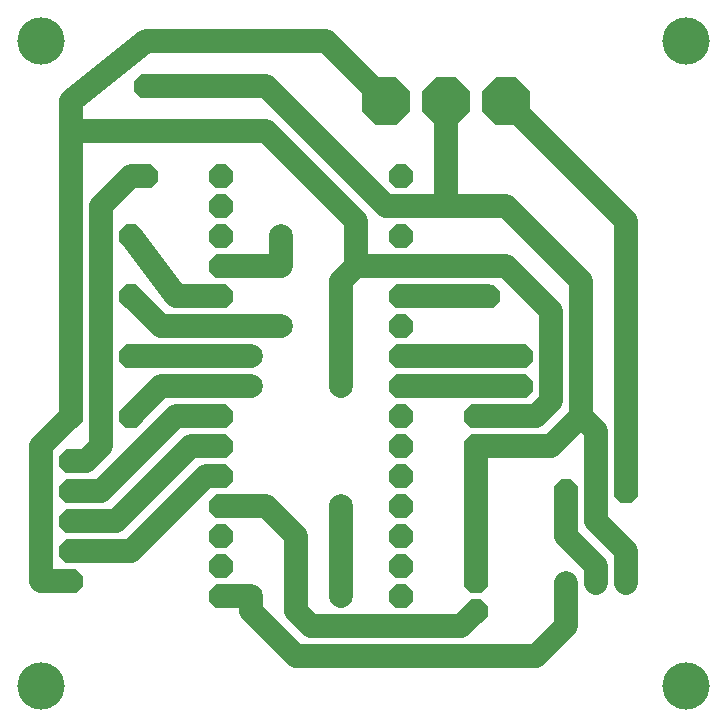
<source format=gbr>
%FSLAX34Y34*%
%MOMM*%
%LNCOPPER_BOTTOM*%
G71*
G01*
%ADD10C, 2.00*%
%ADD11C, 2.00*%
%ADD12C, 1.80*%
%ADD13C, 4.00*%
%LPD*%
G36*
X167800Y867750D02*
X173650Y873600D01*
X181950Y873600D01*
X187800Y867750D01*
X187800Y859450D01*
X181950Y853600D01*
X173650Y853600D01*
X167800Y859450D01*
X167800Y867750D01*
G37*
G36*
X167800Y842350D02*
X173650Y848200D01*
X181950Y848200D01*
X187800Y842350D01*
X187800Y834050D01*
X181950Y828200D01*
X173650Y828200D01*
X167800Y834050D01*
X167800Y842350D01*
G37*
G36*
X167800Y816950D02*
X173650Y822800D01*
X181950Y822800D01*
X187800Y816950D01*
X187800Y808650D01*
X181950Y802800D01*
X173650Y802800D01*
X167800Y808650D01*
X167800Y816950D01*
G37*
G36*
X167800Y791550D02*
X173650Y797400D01*
X181950Y797400D01*
X187800Y791550D01*
X187800Y783250D01*
X181950Y777400D01*
X173650Y777400D01*
X167800Y783250D01*
X167800Y791550D01*
G37*
G36*
X167800Y766150D02*
X173650Y772000D01*
X181950Y772000D01*
X187800Y766150D01*
X187800Y757850D01*
X181950Y752000D01*
X173650Y752000D01*
X167800Y757850D01*
X167800Y766150D01*
G37*
G36*
X167800Y740750D02*
X173650Y746600D01*
X181950Y746600D01*
X187800Y740750D01*
X187800Y732450D01*
X181950Y726600D01*
X173650Y726600D01*
X167800Y732450D01*
X167800Y740750D01*
G37*
G36*
X167800Y715350D02*
X173650Y721200D01*
X181950Y721200D01*
X187800Y715350D01*
X187800Y707050D01*
X181950Y701200D01*
X173650Y701200D01*
X167800Y707050D01*
X167800Y715350D01*
G37*
G36*
X167800Y689950D02*
X173650Y695800D01*
X181950Y695800D01*
X187800Y689950D01*
X187800Y681650D01*
X181950Y675800D01*
X173650Y675800D01*
X167800Y681650D01*
X167800Y689950D01*
G37*
G36*
X167800Y664550D02*
X173650Y670400D01*
X181950Y670400D01*
X187800Y664550D01*
X187800Y656250D01*
X181950Y650400D01*
X173650Y650400D01*
X167800Y656250D01*
X167800Y664550D01*
G37*
G36*
X167800Y639150D02*
X173650Y645000D01*
X181950Y645000D01*
X187800Y639150D01*
X187800Y630850D01*
X181950Y625000D01*
X173650Y625000D01*
X167800Y630850D01*
X167800Y639150D01*
G37*
G36*
X167800Y613750D02*
X173650Y619600D01*
X181950Y619600D01*
X187800Y613750D01*
X187800Y605450D01*
X181950Y599600D01*
X173650Y599600D01*
X167800Y605450D01*
X167800Y613750D01*
G37*
G36*
X167800Y588350D02*
X173650Y594200D01*
X181950Y594200D01*
X187800Y588350D01*
X187800Y580050D01*
X181950Y574200D01*
X173650Y574200D01*
X167800Y580050D01*
X167800Y588350D01*
G37*
G36*
X167800Y562950D02*
X173650Y568800D01*
X181950Y568800D01*
X187800Y562950D01*
X187800Y554650D01*
X181950Y548800D01*
X173650Y548800D01*
X167800Y554650D01*
X167800Y562950D01*
G37*
G36*
X167800Y537550D02*
X173650Y543400D01*
X181950Y543400D01*
X187800Y537550D01*
X187800Y529250D01*
X181950Y523400D01*
X173650Y523400D01*
X167800Y529250D01*
X167800Y537550D01*
G37*
G36*
X167800Y512150D02*
X173650Y518000D01*
X181950Y518000D01*
X187800Y512150D01*
X187800Y503850D01*
X181950Y498000D01*
X173650Y498000D01*
X167800Y503850D01*
X167800Y512150D01*
G37*
G36*
X320200Y512150D02*
X326050Y518000D01*
X334350Y518000D01*
X340200Y512150D01*
X340200Y503850D01*
X334350Y498000D01*
X326050Y498000D01*
X320200Y503850D01*
X320200Y512150D01*
G37*
G36*
X320200Y867750D02*
X326050Y873600D01*
X334350Y873600D01*
X340200Y867750D01*
X340200Y859450D01*
X334350Y853600D01*
X326050Y853600D01*
X320200Y859450D01*
X320200Y867750D01*
G37*
G36*
X320200Y842350D02*
X326050Y848200D01*
X334350Y848200D01*
X340200Y842350D01*
X340200Y834050D01*
X334350Y828200D01*
X326050Y828200D01*
X320200Y834050D01*
X320200Y842350D01*
G37*
G36*
X320200Y816950D02*
X326050Y822800D01*
X334350Y822800D01*
X340200Y816950D01*
X340200Y808650D01*
X334350Y802800D01*
X326050Y802800D01*
X320200Y808650D01*
X320200Y816950D01*
G37*
G36*
X320200Y791550D02*
X326050Y797400D01*
X334350Y797400D01*
X340200Y791550D01*
X340200Y783250D01*
X334350Y777400D01*
X326050Y777400D01*
X320200Y783250D01*
X320200Y791550D01*
G37*
G36*
X320200Y766150D02*
X326050Y772000D01*
X334350Y772000D01*
X340200Y766150D01*
X340200Y757850D01*
X334350Y752000D01*
X326050Y752000D01*
X320200Y757850D01*
X320200Y766150D01*
G37*
G36*
X320200Y740750D02*
X326050Y746600D01*
X334350Y746600D01*
X340200Y740750D01*
X340200Y732450D01*
X334350Y726600D01*
X326050Y726600D01*
X320200Y732450D01*
X320200Y740750D01*
G37*
G36*
X320200Y715350D02*
X326050Y721200D01*
X334350Y721200D01*
X340200Y715350D01*
X340200Y707050D01*
X334350Y701200D01*
X326050Y701200D01*
X320200Y707050D01*
X320200Y715350D01*
G37*
G36*
X320200Y689950D02*
X326050Y695800D01*
X334350Y695800D01*
X340200Y689950D01*
X340200Y681650D01*
X334350Y675800D01*
X326050Y675800D01*
X320200Y681650D01*
X320200Y689950D01*
G37*
G36*
X320200Y664550D02*
X326050Y670400D01*
X334350Y670400D01*
X340200Y664550D01*
X340200Y656250D01*
X334350Y650400D01*
X326050Y650400D01*
X320200Y656250D01*
X320200Y664550D01*
G37*
G36*
X320200Y639150D02*
X326050Y645000D01*
X334350Y645000D01*
X340200Y639150D01*
X340200Y630850D01*
X334350Y625000D01*
X326050Y625000D01*
X320200Y630850D01*
X320200Y639150D01*
G37*
G36*
X320200Y613750D02*
X326050Y619600D01*
X334350Y619600D01*
X340200Y613750D01*
X340200Y605450D01*
X334350Y599600D01*
X326050Y599600D01*
X320200Y605450D01*
X320200Y613750D01*
G37*
G36*
X320200Y588350D02*
X326050Y594200D01*
X334350Y594200D01*
X340200Y588350D01*
X340200Y580050D01*
X334350Y574200D01*
X326050Y574200D01*
X320200Y580050D01*
X320200Y588350D01*
G37*
G36*
X320200Y562950D02*
X326050Y568800D01*
X334350Y568800D01*
X340200Y562950D01*
X340200Y554650D01*
X334350Y548800D01*
X326050Y548800D01*
X320200Y554650D01*
X320200Y562950D01*
G37*
G36*
X320200Y537550D02*
X326050Y543400D01*
X334350Y543400D01*
X340200Y537550D01*
X340200Y529250D01*
X334350Y523400D01*
X326050Y523400D01*
X320200Y529250D01*
X320200Y537550D01*
G37*
G36*
X167800Y639150D02*
X173650Y645000D01*
X181950Y645000D01*
X187800Y639150D01*
X187800Y630850D01*
X181950Y625000D01*
X173650Y625000D01*
X167800Y630850D01*
X167800Y639150D01*
G37*
G36*
X91600Y816950D02*
X97450Y822800D01*
X105750Y822800D01*
X111600Y816950D01*
X111600Y808650D01*
X105750Y802800D01*
X97450Y802800D01*
X91600Y808650D01*
X91600Y816950D01*
G37*
G36*
X66200Y816950D02*
X72050Y822800D01*
X80350Y822800D01*
X86200Y816950D01*
X86200Y808650D01*
X80350Y802800D01*
X72050Y802800D01*
X66200Y808650D01*
X66200Y816950D01*
G37*
G36*
X40800Y816950D02*
X46650Y822800D01*
X54950Y822800D01*
X60800Y816950D01*
X60800Y808650D01*
X54950Y802800D01*
X46650Y802800D01*
X40800Y808650D01*
X40800Y816950D01*
G37*
G36*
X91600Y766150D02*
X97450Y772000D01*
X105750Y772000D01*
X111600Y766150D01*
X111600Y757850D01*
X105750Y752000D01*
X97450Y752000D01*
X91600Y757850D01*
X91600Y766150D01*
G37*
G36*
X66200Y766150D02*
X72050Y772000D01*
X80350Y772000D01*
X86200Y766150D01*
X86200Y757850D01*
X80350Y752000D01*
X72050Y752000D01*
X66200Y757850D01*
X66200Y766150D01*
G37*
G36*
X40800Y766150D02*
X46650Y772000D01*
X54950Y772000D01*
X60800Y766150D01*
X60800Y757850D01*
X54950Y752000D01*
X46650Y752000D01*
X40800Y757850D01*
X40800Y766150D01*
G37*
G54D10*
X101600Y812800D02*
X139700Y762000D01*
X177800Y762000D01*
G54D10*
X101600Y762000D02*
X127000Y736600D01*
X177800Y736600D01*
G36*
X91600Y715350D02*
X97450Y721200D01*
X105750Y721200D01*
X111600Y715350D01*
X111600Y707050D01*
X105750Y701200D01*
X97450Y701200D01*
X91600Y707050D01*
X91600Y715350D01*
G37*
G36*
X66200Y715350D02*
X72050Y721200D01*
X80350Y721200D01*
X86200Y715350D01*
X86200Y707050D01*
X80350Y701200D01*
X72050Y701200D01*
X66200Y707050D01*
X66200Y715350D01*
G37*
G36*
X40800Y715350D02*
X46650Y721200D01*
X54950Y721200D01*
X60800Y715350D01*
X60800Y707050D01*
X54950Y701200D01*
X46650Y701200D01*
X40800Y707050D01*
X40800Y715350D01*
G37*
G54D10*
X101600Y711200D02*
X177800Y711200D01*
G36*
X40800Y664550D02*
X46650Y670400D01*
X54950Y670400D01*
X60800Y664550D01*
X60800Y656250D01*
X54950Y650400D01*
X46650Y650400D01*
X40800Y656250D01*
X40800Y664550D01*
G37*
G36*
X66200Y664550D02*
X72050Y670400D01*
X80350Y670400D01*
X86200Y664550D01*
X86200Y656250D01*
X80350Y650400D01*
X72050Y650400D01*
X66200Y656250D01*
X66200Y664550D01*
G37*
G36*
X91600Y664550D02*
X97450Y670400D01*
X105750Y670400D01*
X111600Y664550D01*
X111600Y656250D01*
X105750Y650400D01*
X97450Y650400D01*
X91600Y656250D01*
X91600Y664550D01*
G37*
G54D10*
X101600Y660400D02*
X127000Y685800D01*
X177800Y685800D01*
G36*
X383700Y715350D02*
X389550Y721200D01*
X397850Y721200D01*
X403700Y715350D01*
X403700Y707050D01*
X397850Y701200D01*
X389550Y701200D01*
X383700Y707050D01*
X383700Y715350D01*
G37*
G36*
X383700Y689950D02*
X389550Y695800D01*
X397850Y695800D01*
X403700Y689950D01*
X403700Y681650D01*
X397850Y675800D01*
X389550Y675800D01*
X383700Y681650D01*
X383700Y689950D01*
G37*
G36*
X383700Y664550D02*
X389550Y670400D01*
X397850Y670400D01*
X403700Y664550D01*
X403700Y656250D01*
X397850Y650400D01*
X389550Y650400D01*
X383700Y656250D01*
X383700Y664550D01*
G37*
G36*
X383700Y639150D02*
X389550Y645000D01*
X397850Y645000D01*
X403700Y639150D01*
X403700Y630850D01*
X397850Y625000D01*
X389550Y625000D01*
X383700Y630850D01*
X383700Y639150D01*
G37*
G36*
X421800Y715350D02*
X427650Y721200D01*
X435950Y721200D01*
X441800Y715350D01*
X441800Y707050D01*
X435950Y701200D01*
X427650Y701200D01*
X421800Y707050D01*
X421800Y715350D01*
G37*
G36*
X421800Y689950D02*
X427650Y695800D01*
X435950Y695800D01*
X441800Y689950D01*
X441800Y681650D01*
X435950Y675800D01*
X427650Y675800D01*
X421800Y681650D01*
X421800Y689950D01*
G37*
G36*
X421800Y664550D02*
X427650Y670400D01*
X435950Y670400D01*
X441800Y664550D01*
X441800Y656250D01*
X435950Y650400D01*
X427650Y650400D01*
X421800Y656250D01*
X421800Y664550D01*
G37*
G36*
X421800Y639150D02*
X427650Y645000D01*
X435950Y645000D01*
X441800Y639150D01*
X441800Y630850D01*
X435950Y625000D01*
X427650Y625000D01*
X421800Y630850D01*
X421800Y639150D01*
G37*
G54D10*
X330200Y711200D02*
X431800Y711200D01*
G54D10*
X330200Y685800D02*
X431800Y685800D01*
G54D10*
X76200Y660400D02*
X76200Y812800D01*
G54D10*
X50800Y660400D02*
X50800Y812800D01*
X279400Y711200D02*
G54D11*
D03*
X203200Y711200D02*
G54D11*
D03*
X279400Y685800D02*
G54D11*
D03*
X203200Y685800D02*
G54D11*
D03*
G54D10*
X177800Y711200D02*
X203200Y711200D01*
G54D10*
X177800Y685800D02*
X203200Y685800D01*
G54D10*
X279400Y685800D02*
X279400Y711200D01*
X279400Y774700D01*
X292100Y787400D01*
X330200Y787400D01*
X228600Y736600D02*
G54D11*
D03*
X228600Y812800D02*
G54D11*
D03*
G54D10*
X177800Y736600D02*
X228600Y736600D01*
G54D10*
X228600Y812800D02*
X228600Y787400D01*
X177800Y787400D01*
G36*
X54950Y530700D02*
X60800Y524850D01*
X60800Y516550D01*
X54950Y510700D01*
X46650Y510700D01*
X40800Y516550D01*
X40800Y524850D01*
X46650Y530700D01*
X54950Y530700D01*
G37*
G36*
X54950Y556100D02*
X60800Y550250D01*
X60800Y541950D01*
X54950Y536100D01*
X46650Y536100D01*
X40800Y541950D01*
X40800Y550250D01*
X46650Y556100D01*
X54950Y556100D01*
G37*
G36*
X54950Y581500D02*
X60800Y575650D01*
X60800Y567350D01*
X54950Y561500D01*
X46650Y561500D01*
X40800Y567350D01*
X40800Y575650D01*
X46650Y581500D01*
X54950Y581500D01*
G37*
G36*
X54950Y606900D02*
X60800Y601050D01*
X60800Y592750D01*
X54950Y586900D01*
X46650Y586900D01*
X40800Y592750D01*
X40800Y601050D01*
X46650Y606900D01*
X54950Y606900D01*
G37*
G36*
X54950Y632300D02*
X60800Y626450D01*
X60800Y618150D01*
X54950Y612300D01*
X46650Y612300D01*
X40800Y618150D01*
X40800Y626450D01*
X46650Y632300D01*
X54950Y632300D01*
G37*
G54D10*
X50800Y596900D02*
X76200Y596900D01*
X139700Y660400D01*
X177800Y660400D01*
G54D10*
X177800Y635000D02*
X152400Y635000D01*
X88900Y571500D01*
X50800Y571500D01*
G54D10*
X50800Y546100D02*
X101600Y546100D01*
X165100Y609600D01*
X177800Y609600D01*
G54D10*
X50800Y622300D02*
X63500Y622300D01*
X76200Y635000D01*
X76200Y660400D01*
G54D10*
X50800Y520700D02*
X25400Y520700D01*
X25400Y635000D01*
X50800Y660400D01*
X279400Y584200D02*
G54D11*
D03*
X203200Y584200D02*
G54D11*
D03*
X279400Y508000D02*
G54D11*
D03*
X203200Y508000D02*
G54D11*
D03*
G54D10*
X177800Y584200D02*
X203200Y584200D01*
G54D10*
X177800Y508000D02*
X203200Y508000D01*
G54D10*
X279400Y508000D02*
X279400Y584200D01*
G36*
X383700Y524850D02*
X389550Y530700D01*
X397850Y530700D01*
X403700Y524850D01*
X403700Y516550D01*
X397850Y510700D01*
X389550Y510700D01*
X383700Y516550D01*
X383700Y524850D01*
G37*
G36*
X383700Y499450D02*
X389550Y505300D01*
X397850Y505300D01*
X403700Y499450D01*
X403700Y491150D01*
X397850Y485300D01*
X389550Y485300D01*
X383700Y491150D01*
X383700Y499450D01*
G37*
G54D10*
X203200Y584200D02*
X215900Y584200D01*
X241300Y558800D01*
X241300Y495300D01*
X254000Y482600D01*
X381000Y482600D01*
X393700Y495300D01*
X470195Y519249D02*
G54D12*
D03*
X495595Y519249D02*
G54D12*
D03*
X520995Y519249D02*
G54D12*
D03*
G54D10*
X393700Y635000D02*
X431800Y635000D01*
G54D10*
X393700Y660400D02*
X431800Y660400D01*
G54D10*
X330200Y787400D02*
X419100Y787400D01*
X457200Y749300D01*
X457200Y673100D01*
X444500Y660400D01*
X431800Y660400D01*
G54D10*
X431800Y635000D02*
X457200Y635000D01*
X482600Y660400D01*
X482600Y774700D01*
X419100Y838200D01*
X330200Y838200D01*
G54D10*
X292100Y787400D02*
X292100Y825500D01*
X215900Y901700D01*
X50800Y901700D01*
X50800Y812800D01*
G36*
X104300Y867750D02*
X110150Y873600D01*
X118450Y873600D01*
X124300Y867750D01*
X124300Y859450D01*
X118450Y853600D01*
X110150Y853600D01*
X104300Y859450D01*
X104300Y867750D01*
G37*
G36*
X104300Y943950D02*
X110150Y949800D01*
X118450Y949800D01*
X124300Y943950D01*
X124300Y935650D01*
X118450Y929800D01*
X110150Y929800D01*
X104300Y935650D01*
X104300Y943950D01*
G37*
G54D10*
X76200Y812800D02*
X76200Y838200D01*
X101600Y863600D01*
X114300Y863600D01*
G54D10*
X114300Y939800D02*
X215900Y939800D01*
X317500Y838200D01*
X330200Y838200D01*
G54D10*
X393700Y520700D02*
X393700Y635000D01*
G36*
X459900Y601050D02*
X465750Y606900D01*
X474050Y606900D01*
X479900Y601050D01*
X479900Y592750D01*
X474050Y586900D01*
X465750Y586900D01*
X459900Y592750D01*
X459900Y601050D01*
G37*
G36*
X510700Y601050D02*
X516550Y606900D01*
X524850Y606900D01*
X530700Y601050D01*
X530700Y592750D01*
X524850Y586900D01*
X516550Y586900D01*
X510700Y592750D01*
X510700Y601050D01*
G37*
G36*
X297500Y935400D02*
X309200Y947100D01*
X325800Y947100D01*
X337500Y935400D01*
X337500Y918800D01*
X325800Y907100D01*
X309200Y907100D01*
X297500Y918800D01*
X297500Y935400D01*
G37*
G36*
X348300Y935400D02*
X360000Y947100D01*
X376600Y947100D01*
X388300Y935400D01*
X388300Y918800D01*
X376600Y907100D01*
X360000Y907100D01*
X348300Y918800D01*
X348300Y935400D01*
G37*
G36*
X399100Y935400D02*
X410800Y947100D01*
X427400Y947100D01*
X439100Y935400D01*
X439100Y918800D01*
X427400Y907100D01*
X410800Y907100D01*
X399100Y918800D01*
X399100Y935400D01*
G37*
G54D10*
X419100Y927100D02*
X520700Y825500D01*
X520700Y596900D01*
G54D10*
X368300Y927100D02*
X368300Y838200D01*
G54D10*
X50800Y876300D02*
X50800Y927100D01*
X114300Y977900D01*
X266700Y977900D01*
X317500Y927100D01*
G54D10*
X203200Y508000D02*
X203200Y495300D01*
X241300Y457200D01*
X444500Y457200D01*
X469900Y482600D01*
X469900Y518954D01*
X470195Y519249D01*
G54D10*
X495595Y519249D02*
X495595Y533105D01*
X469900Y558800D01*
X469900Y596900D01*
G54D10*
X520995Y519249D02*
X520995Y545805D01*
X495300Y571500D01*
X495300Y647700D01*
X482600Y660400D01*
X25400Y977900D02*
G54D13*
D03*
X571500Y977900D02*
G54D13*
D03*
X571500Y431800D02*
G54D13*
D03*
X25400Y431800D02*
G54D13*
D03*
G36*
X394188Y765930D02*
X400038Y771780D01*
X408338Y771780D01*
X414188Y765930D01*
X414188Y757630D01*
X408338Y751780D01*
X400038Y751780D01*
X394188Y757630D01*
X394188Y765930D01*
G37*
G54D10*
X330200Y762000D02*
X403536Y762000D01*
X386694Y762032D02*
G54D11*
D03*
X386694Y838232D02*
G54D11*
D03*
M02*

</source>
